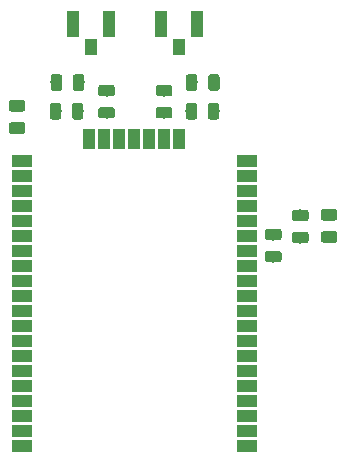
<source format=gbr>
G04 #@! TF.GenerationSoftware,KiCad,Pcbnew,5.0.2+dfsg1-1~bpo9+1*
G04 #@! TF.CreationDate,2019-07-09T17:18:54+02:00*
G04 #@! TF.ProjectId,sensoricnet_shield,73656e73-6f72-4696-936e-65745f736869,1.0*
G04 #@! TF.SameCoordinates,Original*
G04 #@! TF.FileFunction,Paste,Top*
G04 #@! TF.FilePolarity,Positive*
%FSLAX46Y46*%
G04 Gerber Fmt 4.6, Leading zero omitted, Abs format (unit mm)*
G04 Created by KiCad (PCBNEW 5.0.2+dfsg1-1~bpo9+1) date Tue 09 Jul 2019 05:18:54 PM CEST*
%MOMM*%
%LPD*%
G01*
G04 APERTURE LIST*
%ADD10C,0.100000*%
%ADD11C,0.975000*%
%ADD12R,1.000000X2.200000*%
%ADD13R,1.000000X1.400000*%
%ADD14R,1.800000X1.000000*%
%ADD15R,1.000000X1.800000*%
G04 APERTURE END LIST*
D10*
G04 #@! TO.C,C1*
G36*
X134053662Y-64187634D02*
X134077323Y-64191144D01*
X134100527Y-64196956D01*
X134123049Y-64205014D01*
X134144673Y-64215242D01*
X134165190Y-64227539D01*
X134184403Y-64241789D01*
X134202127Y-64257853D01*
X134218191Y-64275577D01*
X134232441Y-64294790D01*
X134244738Y-64315307D01*
X134254966Y-64336931D01*
X134263024Y-64359453D01*
X134268836Y-64382657D01*
X134272346Y-64406318D01*
X134273520Y-64430210D01*
X134273520Y-64917710D01*
X134272346Y-64941602D01*
X134268836Y-64965263D01*
X134263024Y-64988467D01*
X134254966Y-65010989D01*
X134244738Y-65032613D01*
X134232441Y-65053130D01*
X134218191Y-65072343D01*
X134202127Y-65090067D01*
X134184403Y-65106131D01*
X134165190Y-65120381D01*
X134144673Y-65132678D01*
X134123049Y-65142906D01*
X134100527Y-65150964D01*
X134077323Y-65156776D01*
X134053662Y-65160286D01*
X134029770Y-65161460D01*
X133117270Y-65161460D01*
X133093378Y-65160286D01*
X133069717Y-65156776D01*
X133046513Y-65150964D01*
X133023991Y-65142906D01*
X133002367Y-65132678D01*
X132981850Y-65120381D01*
X132962637Y-65106131D01*
X132944913Y-65090067D01*
X132928849Y-65072343D01*
X132914599Y-65053130D01*
X132902302Y-65032613D01*
X132892074Y-65010989D01*
X132884016Y-64988467D01*
X132878204Y-64965263D01*
X132874694Y-64941602D01*
X132873520Y-64917710D01*
X132873520Y-64430210D01*
X132874694Y-64406318D01*
X132878204Y-64382657D01*
X132884016Y-64359453D01*
X132892074Y-64336931D01*
X132902302Y-64315307D01*
X132914599Y-64294790D01*
X132928849Y-64275577D01*
X132944913Y-64257853D01*
X132962637Y-64241789D01*
X132981850Y-64227539D01*
X133002367Y-64215242D01*
X133023991Y-64205014D01*
X133046513Y-64196956D01*
X133069717Y-64191144D01*
X133093378Y-64187634D01*
X133117270Y-64186460D01*
X134029770Y-64186460D01*
X134053662Y-64187634D01*
X134053662Y-64187634D01*
G37*
D11*
X133573520Y-64673960D03*
D10*
G36*
X134053662Y-62312634D02*
X134077323Y-62316144D01*
X134100527Y-62321956D01*
X134123049Y-62330014D01*
X134144673Y-62340242D01*
X134165190Y-62352539D01*
X134184403Y-62366789D01*
X134202127Y-62382853D01*
X134218191Y-62400577D01*
X134232441Y-62419790D01*
X134244738Y-62440307D01*
X134254966Y-62461931D01*
X134263024Y-62484453D01*
X134268836Y-62507657D01*
X134272346Y-62531318D01*
X134273520Y-62555210D01*
X134273520Y-63042710D01*
X134272346Y-63066602D01*
X134268836Y-63090263D01*
X134263024Y-63113467D01*
X134254966Y-63135989D01*
X134244738Y-63157613D01*
X134232441Y-63178130D01*
X134218191Y-63197343D01*
X134202127Y-63215067D01*
X134184403Y-63231131D01*
X134165190Y-63245381D01*
X134144673Y-63257678D01*
X134123049Y-63267906D01*
X134100527Y-63275964D01*
X134077323Y-63281776D01*
X134053662Y-63285286D01*
X134029770Y-63286460D01*
X133117270Y-63286460D01*
X133093378Y-63285286D01*
X133069717Y-63281776D01*
X133046513Y-63275964D01*
X133023991Y-63267906D01*
X133002367Y-63257678D01*
X132981850Y-63245381D01*
X132962637Y-63231131D01*
X132944913Y-63215067D01*
X132928849Y-63197343D01*
X132914599Y-63178130D01*
X132902302Y-63157613D01*
X132892074Y-63135989D01*
X132884016Y-63113467D01*
X132878204Y-63090263D01*
X132874694Y-63066602D01*
X132873520Y-63042710D01*
X132873520Y-62555210D01*
X132874694Y-62531318D01*
X132878204Y-62507657D01*
X132884016Y-62484453D01*
X132892074Y-62461931D01*
X132902302Y-62440307D01*
X132914599Y-62419790D01*
X132928849Y-62400577D01*
X132944913Y-62382853D01*
X132962637Y-62366789D01*
X132981850Y-62352539D01*
X133002367Y-62340242D01*
X133023991Y-62330014D01*
X133046513Y-62321956D01*
X133069717Y-62316144D01*
X133093378Y-62312634D01*
X133117270Y-62311460D01*
X134029770Y-62311460D01*
X134053662Y-62312634D01*
X134053662Y-62312634D01*
G37*
D11*
X133573520Y-62798960D03*
G04 #@! TD*
D10*
G04 #@! TO.C,C2*
G36*
X158031262Y-71585934D02*
X158054923Y-71589444D01*
X158078127Y-71595256D01*
X158100649Y-71603314D01*
X158122273Y-71613542D01*
X158142790Y-71625839D01*
X158162003Y-71640089D01*
X158179727Y-71656153D01*
X158195791Y-71673877D01*
X158210041Y-71693090D01*
X158222338Y-71713607D01*
X158232566Y-71735231D01*
X158240624Y-71757753D01*
X158246436Y-71780957D01*
X158249946Y-71804618D01*
X158251120Y-71828510D01*
X158251120Y-72316010D01*
X158249946Y-72339902D01*
X158246436Y-72363563D01*
X158240624Y-72386767D01*
X158232566Y-72409289D01*
X158222338Y-72430913D01*
X158210041Y-72451430D01*
X158195791Y-72470643D01*
X158179727Y-72488367D01*
X158162003Y-72504431D01*
X158142790Y-72518681D01*
X158122273Y-72530978D01*
X158100649Y-72541206D01*
X158078127Y-72549264D01*
X158054923Y-72555076D01*
X158031262Y-72558586D01*
X158007370Y-72559760D01*
X157094870Y-72559760D01*
X157070978Y-72558586D01*
X157047317Y-72555076D01*
X157024113Y-72549264D01*
X157001591Y-72541206D01*
X156979967Y-72530978D01*
X156959450Y-72518681D01*
X156940237Y-72504431D01*
X156922513Y-72488367D01*
X156906449Y-72470643D01*
X156892199Y-72451430D01*
X156879902Y-72430913D01*
X156869674Y-72409289D01*
X156861616Y-72386767D01*
X156855804Y-72363563D01*
X156852294Y-72339902D01*
X156851120Y-72316010D01*
X156851120Y-71828510D01*
X156852294Y-71804618D01*
X156855804Y-71780957D01*
X156861616Y-71757753D01*
X156869674Y-71735231D01*
X156879902Y-71713607D01*
X156892199Y-71693090D01*
X156906449Y-71673877D01*
X156922513Y-71656153D01*
X156940237Y-71640089D01*
X156959450Y-71625839D01*
X156979967Y-71613542D01*
X157001591Y-71603314D01*
X157024113Y-71595256D01*
X157047317Y-71589444D01*
X157070978Y-71585934D01*
X157094870Y-71584760D01*
X158007370Y-71584760D01*
X158031262Y-71585934D01*
X158031262Y-71585934D01*
G37*
D11*
X157551120Y-72072260D03*
D10*
G36*
X158031262Y-73460934D02*
X158054923Y-73464444D01*
X158078127Y-73470256D01*
X158100649Y-73478314D01*
X158122273Y-73488542D01*
X158142790Y-73500839D01*
X158162003Y-73515089D01*
X158179727Y-73531153D01*
X158195791Y-73548877D01*
X158210041Y-73568090D01*
X158222338Y-73588607D01*
X158232566Y-73610231D01*
X158240624Y-73632753D01*
X158246436Y-73655957D01*
X158249946Y-73679618D01*
X158251120Y-73703510D01*
X158251120Y-74191010D01*
X158249946Y-74214902D01*
X158246436Y-74238563D01*
X158240624Y-74261767D01*
X158232566Y-74284289D01*
X158222338Y-74305913D01*
X158210041Y-74326430D01*
X158195791Y-74345643D01*
X158179727Y-74363367D01*
X158162003Y-74379431D01*
X158142790Y-74393681D01*
X158122273Y-74405978D01*
X158100649Y-74416206D01*
X158078127Y-74424264D01*
X158054923Y-74430076D01*
X158031262Y-74433586D01*
X158007370Y-74434760D01*
X157094870Y-74434760D01*
X157070978Y-74433586D01*
X157047317Y-74430076D01*
X157024113Y-74424264D01*
X157001591Y-74416206D01*
X156979967Y-74405978D01*
X156959450Y-74393681D01*
X156940237Y-74379431D01*
X156922513Y-74363367D01*
X156906449Y-74345643D01*
X156892199Y-74326430D01*
X156879902Y-74305913D01*
X156869674Y-74284289D01*
X156861616Y-74261767D01*
X156855804Y-74238563D01*
X156852294Y-74214902D01*
X156851120Y-74191010D01*
X156851120Y-73703510D01*
X156852294Y-73679618D01*
X156855804Y-73655957D01*
X156861616Y-73632753D01*
X156869674Y-73610231D01*
X156879902Y-73588607D01*
X156892199Y-73568090D01*
X156906449Y-73548877D01*
X156922513Y-73531153D01*
X156940237Y-73515089D01*
X156959450Y-73500839D01*
X156979967Y-73488542D01*
X157001591Y-73478314D01*
X157024113Y-73470256D01*
X157047317Y-73464444D01*
X157070978Y-73460934D01*
X157094870Y-73459760D01*
X158007370Y-73459760D01*
X158031262Y-73460934D01*
X158031262Y-73460934D01*
G37*
D11*
X157551120Y-73947260D03*
G04 #@! TD*
D10*
G04 #@! TO.C,C3*
G36*
X160469662Y-73410134D02*
X160493323Y-73413644D01*
X160516527Y-73419456D01*
X160539049Y-73427514D01*
X160560673Y-73437742D01*
X160581190Y-73450039D01*
X160600403Y-73464289D01*
X160618127Y-73480353D01*
X160634191Y-73498077D01*
X160648441Y-73517290D01*
X160660738Y-73537807D01*
X160670966Y-73559431D01*
X160679024Y-73581953D01*
X160684836Y-73605157D01*
X160688346Y-73628818D01*
X160689520Y-73652710D01*
X160689520Y-74140210D01*
X160688346Y-74164102D01*
X160684836Y-74187763D01*
X160679024Y-74210967D01*
X160670966Y-74233489D01*
X160660738Y-74255113D01*
X160648441Y-74275630D01*
X160634191Y-74294843D01*
X160618127Y-74312567D01*
X160600403Y-74328631D01*
X160581190Y-74342881D01*
X160560673Y-74355178D01*
X160539049Y-74365406D01*
X160516527Y-74373464D01*
X160493323Y-74379276D01*
X160469662Y-74382786D01*
X160445770Y-74383960D01*
X159533270Y-74383960D01*
X159509378Y-74382786D01*
X159485717Y-74379276D01*
X159462513Y-74373464D01*
X159439991Y-74365406D01*
X159418367Y-74355178D01*
X159397850Y-74342881D01*
X159378637Y-74328631D01*
X159360913Y-74312567D01*
X159344849Y-74294843D01*
X159330599Y-74275630D01*
X159318302Y-74255113D01*
X159308074Y-74233489D01*
X159300016Y-74210967D01*
X159294204Y-74187763D01*
X159290694Y-74164102D01*
X159289520Y-74140210D01*
X159289520Y-73652710D01*
X159290694Y-73628818D01*
X159294204Y-73605157D01*
X159300016Y-73581953D01*
X159308074Y-73559431D01*
X159318302Y-73537807D01*
X159330599Y-73517290D01*
X159344849Y-73498077D01*
X159360913Y-73480353D01*
X159378637Y-73464289D01*
X159397850Y-73450039D01*
X159418367Y-73437742D01*
X159439991Y-73427514D01*
X159462513Y-73419456D01*
X159485717Y-73413644D01*
X159509378Y-73410134D01*
X159533270Y-73408960D01*
X160445770Y-73408960D01*
X160469662Y-73410134D01*
X160469662Y-73410134D01*
G37*
D11*
X159989520Y-73896460D03*
D10*
G36*
X160469662Y-71535134D02*
X160493323Y-71538644D01*
X160516527Y-71544456D01*
X160539049Y-71552514D01*
X160560673Y-71562742D01*
X160581190Y-71575039D01*
X160600403Y-71589289D01*
X160618127Y-71605353D01*
X160634191Y-71623077D01*
X160648441Y-71642290D01*
X160660738Y-71662807D01*
X160670966Y-71684431D01*
X160679024Y-71706953D01*
X160684836Y-71730157D01*
X160688346Y-71753818D01*
X160689520Y-71777710D01*
X160689520Y-72265210D01*
X160688346Y-72289102D01*
X160684836Y-72312763D01*
X160679024Y-72335967D01*
X160670966Y-72358489D01*
X160660738Y-72380113D01*
X160648441Y-72400630D01*
X160634191Y-72419843D01*
X160618127Y-72437567D01*
X160600403Y-72453631D01*
X160581190Y-72467881D01*
X160560673Y-72480178D01*
X160539049Y-72490406D01*
X160516527Y-72498464D01*
X160493323Y-72504276D01*
X160469662Y-72507786D01*
X160445770Y-72508960D01*
X159533270Y-72508960D01*
X159509378Y-72507786D01*
X159485717Y-72504276D01*
X159462513Y-72498464D01*
X159439991Y-72490406D01*
X159418367Y-72480178D01*
X159397850Y-72467881D01*
X159378637Y-72453631D01*
X159360913Y-72437567D01*
X159344849Y-72419843D01*
X159330599Y-72400630D01*
X159318302Y-72380113D01*
X159308074Y-72358489D01*
X159300016Y-72335967D01*
X159294204Y-72312763D01*
X159290694Y-72289102D01*
X159289520Y-72265210D01*
X159289520Y-71777710D01*
X159290694Y-71753818D01*
X159294204Y-71730157D01*
X159300016Y-71706953D01*
X159308074Y-71684431D01*
X159318302Y-71662807D01*
X159330599Y-71642290D01*
X159344849Y-71623077D01*
X159360913Y-71605353D01*
X159378637Y-71589289D01*
X159397850Y-71575039D01*
X159418367Y-71562742D01*
X159439991Y-71552514D01*
X159462513Y-71544456D01*
X159485717Y-71538644D01*
X159509378Y-71535134D01*
X159533270Y-71533960D01*
X160445770Y-71533960D01*
X160469662Y-71535134D01*
X160469662Y-71535134D01*
G37*
D11*
X159989520Y-72021460D03*
G04 #@! TD*
D10*
G04 #@! TO.C,C4*
G36*
X137170862Y-60118934D02*
X137194523Y-60122444D01*
X137217727Y-60128256D01*
X137240249Y-60136314D01*
X137261873Y-60146542D01*
X137282390Y-60158839D01*
X137301603Y-60173089D01*
X137319327Y-60189153D01*
X137335391Y-60206877D01*
X137349641Y-60226090D01*
X137361938Y-60246607D01*
X137372166Y-60268231D01*
X137380224Y-60290753D01*
X137386036Y-60313957D01*
X137389546Y-60337618D01*
X137390720Y-60361510D01*
X137390720Y-61274010D01*
X137389546Y-61297902D01*
X137386036Y-61321563D01*
X137380224Y-61344767D01*
X137372166Y-61367289D01*
X137361938Y-61388913D01*
X137349641Y-61409430D01*
X137335391Y-61428643D01*
X137319327Y-61446367D01*
X137301603Y-61462431D01*
X137282390Y-61476681D01*
X137261873Y-61488978D01*
X137240249Y-61499206D01*
X137217727Y-61507264D01*
X137194523Y-61513076D01*
X137170862Y-61516586D01*
X137146970Y-61517760D01*
X136659470Y-61517760D01*
X136635578Y-61516586D01*
X136611917Y-61513076D01*
X136588713Y-61507264D01*
X136566191Y-61499206D01*
X136544567Y-61488978D01*
X136524050Y-61476681D01*
X136504837Y-61462431D01*
X136487113Y-61446367D01*
X136471049Y-61428643D01*
X136456799Y-61409430D01*
X136444502Y-61388913D01*
X136434274Y-61367289D01*
X136426216Y-61344767D01*
X136420404Y-61321563D01*
X136416894Y-61297902D01*
X136415720Y-61274010D01*
X136415720Y-60361510D01*
X136416894Y-60337618D01*
X136420404Y-60313957D01*
X136426216Y-60290753D01*
X136434274Y-60268231D01*
X136444502Y-60246607D01*
X136456799Y-60226090D01*
X136471049Y-60206877D01*
X136487113Y-60189153D01*
X136504837Y-60173089D01*
X136524050Y-60158839D01*
X136544567Y-60146542D01*
X136566191Y-60136314D01*
X136588713Y-60128256D01*
X136611917Y-60122444D01*
X136635578Y-60118934D01*
X136659470Y-60117760D01*
X137146970Y-60117760D01*
X137170862Y-60118934D01*
X137170862Y-60118934D01*
G37*
D11*
X136903220Y-60817760D03*
D10*
G36*
X139045862Y-60118934D02*
X139069523Y-60122444D01*
X139092727Y-60128256D01*
X139115249Y-60136314D01*
X139136873Y-60146542D01*
X139157390Y-60158839D01*
X139176603Y-60173089D01*
X139194327Y-60189153D01*
X139210391Y-60206877D01*
X139224641Y-60226090D01*
X139236938Y-60246607D01*
X139247166Y-60268231D01*
X139255224Y-60290753D01*
X139261036Y-60313957D01*
X139264546Y-60337618D01*
X139265720Y-60361510D01*
X139265720Y-61274010D01*
X139264546Y-61297902D01*
X139261036Y-61321563D01*
X139255224Y-61344767D01*
X139247166Y-61367289D01*
X139236938Y-61388913D01*
X139224641Y-61409430D01*
X139210391Y-61428643D01*
X139194327Y-61446367D01*
X139176603Y-61462431D01*
X139157390Y-61476681D01*
X139136873Y-61488978D01*
X139115249Y-61499206D01*
X139092727Y-61507264D01*
X139069523Y-61513076D01*
X139045862Y-61516586D01*
X139021970Y-61517760D01*
X138534470Y-61517760D01*
X138510578Y-61516586D01*
X138486917Y-61513076D01*
X138463713Y-61507264D01*
X138441191Y-61499206D01*
X138419567Y-61488978D01*
X138399050Y-61476681D01*
X138379837Y-61462431D01*
X138362113Y-61446367D01*
X138346049Y-61428643D01*
X138331799Y-61409430D01*
X138319502Y-61388913D01*
X138309274Y-61367289D01*
X138301216Y-61344767D01*
X138295404Y-61321563D01*
X138291894Y-61297902D01*
X138290720Y-61274010D01*
X138290720Y-60361510D01*
X138291894Y-60337618D01*
X138295404Y-60313957D01*
X138301216Y-60290753D01*
X138309274Y-60268231D01*
X138319502Y-60246607D01*
X138331799Y-60226090D01*
X138346049Y-60206877D01*
X138362113Y-60189153D01*
X138379837Y-60173089D01*
X138399050Y-60158839D01*
X138419567Y-60146542D01*
X138441191Y-60136314D01*
X138463713Y-60128256D01*
X138486917Y-60122444D01*
X138510578Y-60118934D01*
X138534470Y-60117760D01*
X139021970Y-60117760D01*
X139045862Y-60118934D01*
X139045862Y-60118934D01*
G37*
D11*
X138778220Y-60817760D03*
G04 #@! TD*
D10*
G04 #@! TO.C,C5*
G36*
X138971962Y-62557334D02*
X138995623Y-62560844D01*
X139018827Y-62566656D01*
X139041349Y-62574714D01*
X139062973Y-62584942D01*
X139083490Y-62597239D01*
X139102703Y-62611489D01*
X139120427Y-62627553D01*
X139136491Y-62645277D01*
X139150741Y-62664490D01*
X139163038Y-62685007D01*
X139173266Y-62706631D01*
X139181324Y-62729153D01*
X139187136Y-62752357D01*
X139190646Y-62776018D01*
X139191820Y-62799910D01*
X139191820Y-63712410D01*
X139190646Y-63736302D01*
X139187136Y-63759963D01*
X139181324Y-63783167D01*
X139173266Y-63805689D01*
X139163038Y-63827313D01*
X139150741Y-63847830D01*
X139136491Y-63867043D01*
X139120427Y-63884767D01*
X139102703Y-63900831D01*
X139083490Y-63915081D01*
X139062973Y-63927378D01*
X139041349Y-63937606D01*
X139018827Y-63945664D01*
X138995623Y-63951476D01*
X138971962Y-63954986D01*
X138948070Y-63956160D01*
X138460570Y-63956160D01*
X138436678Y-63954986D01*
X138413017Y-63951476D01*
X138389813Y-63945664D01*
X138367291Y-63937606D01*
X138345667Y-63927378D01*
X138325150Y-63915081D01*
X138305937Y-63900831D01*
X138288213Y-63884767D01*
X138272149Y-63867043D01*
X138257899Y-63847830D01*
X138245602Y-63827313D01*
X138235374Y-63805689D01*
X138227316Y-63783167D01*
X138221504Y-63759963D01*
X138217994Y-63736302D01*
X138216820Y-63712410D01*
X138216820Y-62799910D01*
X138217994Y-62776018D01*
X138221504Y-62752357D01*
X138227316Y-62729153D01*
X138235374Y-62706631D01*
X138245602Y-62685007D01*
X138257899Y-62664490D01*
X138272149Y-62645277D01*
X138288213Y-62627553D01*
X138305937Y-62611489D01*
X138325150Y-62597239D01*
X138345667Y-62584942D01*
X138367291Y-62574714D01*
X138389813Y-62566656D01*
X138413017Y-62560844D01*
X138436678Y-62557334D01*
X138460570Y-62556160D01*
X138948070Y-62556160D01*
X138971962Y-62557334D01*
X138971962Y-62557334D01*
G37*
D11*
X138704320Y-63256160D03*
D10*
G36*
X137096962Y-62557334D02*
X137120623Y-62560844D01*
X137143827Y-62566656D01*
X137166349Y-62574714D01*
X137187973Y-62584942D01*
X137208490Y-62597239D01*
X137227703Y-62611489D01*
X137245427Y-62627553D01*
X137261491Y-62645277D01*
X137275741Y-62664490D01*
X137288038Y-62685007D01*
X137298266Y-62706631D01*
X137306324Y-62729153D01*
X137312136Y-62752357D01*
X137315646Y-62776018D01*
X137316820Y-62799910D01*
X137316820Y-63712410D01*
X137315646Y-63736302D01*
X137312136Y-63759963D01*
X137306324Y-63783167D01*
X137298266Y-63805689D01*
X137288038Y-63827313D01*
X137275741Y-63847830D01*
X137261491Y-63867043D01*
X137245427Y-63884767D01*
X137227703Y-63900831D01*
X137208490Y-63915081D01*
X137187973Y-63927378D01*
X137166349Y-63937606D01*
X137143827Y-63945664D01*
X137120623Y-63951476D01*
X137096962Y-63954986D01*
X137073070Y-63956160D01*
X136585570Y-63956160D01*
X136561678Y-63954986D01*
X136538017Y-63951476D01*
X136514813Y-63945664D01*
X136492291Y-63937606D01*
X136470667Y-63927378D01*
X136450150Y-63915081D01*
X136430937Y-63900831D01*
X136413213Y-63884767D01*
X136397149Y-63867043D01*
X136382899Y-63847830D01*
X136370602Y-63827313D01*
X136360374Y-63805689D01*
X136352316Y-63783167D01*
X136346504Y-63759963D01*
X136342994Y-63736302D01*
X136341820Y-63712410D01*
X136341820Y-62799910D01*
X136342994Y-62776018D01*
X136346504Y-62752357D01*
X136352316Y-62729153D01*
X136360374Y-62706631D01*
X136370602Y-62685007D01*
X136382899Y-62664490D01*
X136397149Y-62645277D01*
X136413213Y-62627553D01*
X136430937Y-62611489D01*
X136450150Y-62597239D01*
X136470667Y-62584942D01*
X136492291Y-62574714D01*
X136514813Y-62566656D01*
X136538017Y-62560844D01*
X136561678Y-62557334D01*
X136585570Y-62556160D01*
X137073070Y-62556160D01*
X137096962Y-62557334D01*
X137096962Y-62557334D01*
G37*
D11*
X136829320Y-63256160D03*
G04 #@! TD*
D10*
G04 #@! TO.C,C6*
G36*
X150498962Y-60118934D02*
X150522623Y-60122444D01*
X150545827Y-60128256D01*
X150568349Y-60136314D01*
X150589973Y-60146542D01*
X150610490Y-60158839D01*
X150629703Y-60173089D01*
X150647427Y-60189153D01*
X150663491Y-60206877D01*
X150677741Y-60226090D01*
X150690038Y-60246607D01*
X150700266Y-60268231D01*
X150708324Y-60290753D01*
X150714136Y-60313957D01*
X150717646Y-60337618D01*
X150718820Y-60361510D01*
X150718820Y-61274010D01*
X150717646Y-61297902D01*
X150714136Y-61321563D01*
X150708324Y-61344767D01*
X150700266Y-61367289D01*
X150690038Y-61388913D01*
X150677741Y-61409430D01*
X150663491Y-61428643D01*
X150647427Y-61446367D01*
X150629703Y-61462431D01*
X150610490Y-61476681D01*
X150589973Y-61488978D01*
X150568349Y-61499206D01*
X150545827Y-61507264D01*
X150522623Y-61513076D01*
X150498962Y-61516586D01*
X150475070Y-61517760D01*
X149987570Y-61517760D01*
X149963678Y-61516586D01*
X149940017Y-61513076D01*
X149916813Y-61507264D01*
X149894291Y-61499206D01*
X149872667Y-61488978D01*
X149852150Y-61476681D01*
X149832937Y-61462431D01*
X149815213Y-61446367D01*
X149799149Y-61428643D01*
X149784899Y-61409430D01*
X149772602Y-61388913D01*
X149762374Y-61367289D01*
X149754316Y-61344767D01*
X149748504Y-61321563D01*
X149744994Y-61297902D01*
X149743820Y-61274010D01*
X149743820Y-60361510D01*
X149744994Y-60337618D01*
X149748504Y-60313957D01*
X149754316Y-60290753D01*
X149762374Y-60268231D01*
X149772602Y-60246607D01*
X149784899Y-60226090D01*
X149799149Y-60206877D01*
X149815213Y-60189153D01*
X149832937Y-60173089D01*
X149852150Y-60158839D01*
X149872667Y-60146542D01*
X149894291Y-60136314D01*
X149916813Y-60128256D01*
X149940017Y-60122444D01*
X149963678Y-60118934D01*
X149987570Y-60117760D01*
X150475070Y-60117760D01*
X150498962Y-60118934D01*
X150498962Y-60118934D01*
G37*
D11*
X150231320Y-60817760D03*
D10*
G36*
X148623962Y-60118934D02*
X148647623Y-60122444D01*
X148670827Y-60128256D01*
X148693349Y-60136314D01*
X148714973Y-60146542D01*
X148735490Y-60158839D01*
X148754703Y-60173089D01*
X148772427Y-60189153D01*
X148788491Y-60206877D01*
X148802741Y-60226090D01*
X148815038Y-60246607D01*
X148825266Y-60268231D01*
X148833324Y-60290753D01*
X148839136Y-60313957D01*
X148842646Y-60337618D01*
X148843820Y-60361510D01*
X148843820Y-61274010D01*
X148842646Y-61297902D01*
X148839136Y-61321563D01*
X148833324Y-61344767D01*
X148825266Y-61367289D01*
X148815038Y-61388913D01*
X148802741Y-61409430D01*
X148788491Y-61428643D01*
X148772427Y-61446367D01*
X148754703Y-61462431D01*
X148735490Y-61476681D01*
X148714973Y-61488978D01*
X148693349Y-61499206D01*
X148670827Y-61507264D01*
X148647623Y-61513076D01*
X148623962Y-61516586D01*
X148600070Y-61517760D01*
X148112570Y-61517760D01*
X148088678Y-61516586D01*
X148065017Y-61513076D01*
X148041813Y-61507264D01*
X148019291Y-61499206D01*
X147997667Y-61488978D01*
X147977150Y-61476681D01*
X147957937Y-61462431D01*
X147940213Y-61446367D01*
X147924149Y-61428643D01*
X147909899Y-61409430D01*
X147897602Y-61388913D01*
X147887374Y-61367289D01*
X147879316Y-61344767D01*
X147873504Y-61321563D01*
X147869994Y-61297902D01*
X147868820Y-61274010D01*
X147868820Y-60361510D01*
X147869994Y-60337618D01*
X147873504Y-60313957D01*
X147879316Y-60290753D01*
X147887374Y-60268231D01*
X147897602Y-60246607D01*
X147909899Y-60226090D01*
X147924149Y-60206877D01*
X147940213Y-60189153D01*
X147957937Y-60173089D01*
X147977150Y-60158839D01*
X147997667Y-60146542D01*
X148019291Y-60136314D01*
X148041813Y-60128256D01*
X148065017Y-60122444D01*
X148088678Y-60118934D01*
X148112570Y-60117760D01*
X148600070Y-60117760D01*
X148623962Y-60118934D01*
X148623962Y-60118934D01*
G37*
D11*
X148356320Y-60817760D03*
G04 #@! TD*
D10*
G04 #@! TO.C,C7*
G36*
X148600862Y-62557334D02*
X148624523Y-62560844D01*
X148647727Y-62566656D01*
X148670249Y-62574714D01*
X148691873Y-62584942D01*
X148712390Y-62597239D01*
X148731603Y-62611489D01*
X148749327Y-62627553D01*
X148765391Y-62645277D01*
X148779641Y-62664490D01*
X148791938Y-62685007D01*
X148802166Y-62706631D01*
X148810224Y-62729153D01*
X148816036Y-62752357D01*
X148819546Y-62776018D01*
X148820720Y-62799910D01*
X148820720Y-63712410D01*
X148819546Y-63736302D01*
X148816036Y-63759963D01*
X148810224Y-63783167D01*
X148802166Y-63805689D01*
X148791938Y-63827313D01*
X148779641Y-63847830D01*
X148765391Y-63867043D01*
X148749327Y-63884767D01*
X148731603Y-63900831D01*
X148712390Y-63915081D01*
X148691873Y-63927378D01*
X148670249Y-63937606D01*
X148647727Y-63945664D01*
X148624523Y-63951476D01*
X148600862Y-63954986D01*
X148576970Y-63956160D01*
X148089470Y-63956160D01*
X148065578Y-63954986D01*
X148041917Y-63951476D01*
X148018713Y-63945664D01*
X147996191Y-63937606D01*
X147974567Y-63927378D01*
X147954050Y-63915081D01*
X147934837Y-63900831D01*
X147917113Y-63884767D01*
X147901049Y-63867043D01*
X147886799Y-63847830D01*
X147874502Y-63827313D01*
X147864274Y-63805689D01*
X147856216Y-63783167D01*
X147850404Y-63759963D01*
X147846894Y-63736302D01*
X147845720Y-63712410D01*
X147845720Y-62799910D01*
X147846894Y-62776018D01*
X147850404Y-62752357D01*
X147856216Y-62729153D01*
X147864274Y-62706631D01*
X147874502Y-62685007D01*
X147886799Y-62664490D01*
X147901049Y-62645277D01*
X147917113Y-62627553D01*
X147934837Y-62611489D01*
X147954050Y-62597239D01*
X147974567Y-62584942D01*
X147996191Y-62574714D01*
X148018713Y-62566656D01*
X148041917Y-62560844D01*
X148065578Y-62557334D01*
X148089470Y-62556160D01*
X148576970Y-62556160D01*
X148600862Y-62557334D01*
X148600862Y-62557334D01*
G37*
D11*
X148333220Y-63256160D03*
D10*
G36*
X150475862Y-62557334D02*
X150499523Y-62560844D01*
X150522727Y-62566656D01*
X150545249Y-62574714D01*
X150566873Y-62584942D01*
X150587390Y-62597239D01*
X150606603Y-62611489D01*
X150624327Y-62627553D01*
X150640391Y-62645277D01*
X150654641Y-62664490D01*
X150666938Y-62685007D01*
X150677166Y-62706631D01*
X150685224Y-62729153D01*
X150691036Y-62752357D01*
X150694546Y-62776018D01*
X150695720Y-62799910D01*
X150695720Y-63712410D01*
X150694546Y-63736302D01*
X150691036Y-63759963D01*
X150685224Y-63783167D01*
X150677166Y-63805689D01*
X150666938Y-63827313D01*
X150654641Y-63847830D01*
X150640391Y-63867043D01*
X150624327Y-63884767D01*
X150606603Y-63900831D01*
X150587390Y-63915081D01*
X150566873Y-63927378D01*
X150545249Y-63937606D01*
X150522727Y-63945664D01*
X150499523Y-63951476D01*
X150475862Y-63954986D01*
X150451970Y-63956160D01*
X149964470Y-63956160D01*
X149940578Y-63954986D01*
X149916917Y-63951476D01*
X149893713Y-63945664D01*
X149871191Y-63937606D01*
X149849567Y-63927378D01*
X149829050Y-63915081D01*
X149809837Y-63900831D01*
X149792113Y-63884767D01*
X149776049Y-63867043D01*
X149761799Y-63847830D01*
X149749502Y-63827313D01*
X149739274Y-63805689D01*
X149731216Y-63783167D01*
X149725404Y-63759963D01*
X149721894Y-63736302D01*
X149720720Y-63712410D01*
X149720720Y-62799910D01*
X149721894Y-62776018D01*
X149725404Y-62752357D01*
X149731216Y-62729153D01*
X149739274Y-62706631D01*
X149749502Y-62685007D01*
X149761799Y-62664490D01*
X149776049Y-62645277D01*
X149792113Y-62627553D01*
X149809837Y-62611489D01*
X149829050Y-62597239D01*
X149849567Y-62584942D01*
X149871191Y-62574714D01*
X149893713Y-62566656D01*
X149916917Y-62560844D01*
X149940578Y-62557334D01*
X149964470Y-62556160D01*
X150451970Y-62556160D01*
X150475862Y-62557334D01*
X150475862Y-62557334D01*
G37*
D11*
X150208220Y-63256160D03*
G04 #@! TD*
D10*
G04 #@! TO.C,C8*
G36*
X155745262Y-75086534D02*
X155768923Y-75090044D01*
X155792127Y-75095856D01*
X155814649Y-75103914D01*
X155836273Y-75114142D01*
X155856790Y-75126439D01*
X155876003Y-75140689D01*
X155893727Y-75156753D01*
X155909791Y-75174477D01*
X155924041Y-75193690D01*
X155936338Y-75214207D01*
X155946566Y-75235831D01*
X155954624Y-75258353D01*
X155960436Y-75281557D01*
X155963946Y-75305218D01*
X155965120Y-75329110D01*
X155965120Y-75816610D01*
X155963946Y-75840502D01*
X155960436Y-75864163D01*
X155954624Y-75887367D01*
X155946566Y-75909889D01*
X155936338Y-75931513D01*
X155924041Y-75952030D01*
X155909791Y-75971243D01*
X155893727Y-75988967D01*
X155876003Y-76005031D01*
X155856790Y-76019281D01*
X155836273Y-76031578D01*
X155814649Y-76041806D01*
X155792127Y-76049864D01*
X155768923Y-76055676D01*
X155745262Y-76059186D01*
X155721370Y-76060360D01*
X154808870Y-76060360D01*
X154784978Y-76059186D01*
X154761317Y-76055676D01*
X154738113Y-76049864D01*
X154715591Y-76041806D01*
X154693967Y-76031578D01*
X154673450Y-76019281D01*
X154654237Y-76005031D01*
X154636513Y-75988967D01*
X154620449Y-75971243D01*
X154606199Y-75952030D01*
X154593902Y-75931513D01*
X154583674Y-75909889D01*
X154575616Y-75887367D01*
X154569804Y-75864163D01*
X154566294Y-75840502D01*
X154565120Y-75816610D01*
X154565120Y-75329110D01*
X154566294Y-75305218D01*
X154569804Y-75281557D01*
X154575616Y-75258353D01*
X154583674Y-75235831D01*
X154593902Y-75214207D01*
X154606199Y-75193690D01*
X154620449Y-75174477D01*
X154636513Y-75156753D01*
X154654237Y-75140689D01*
X154673450Y-75126439D01*
X154693967Y-75114142D01*
X154715591Y-75103914D01*
X154738113Y-75095856D01*
X154761317Y-75090044D01*
X154784978Y-75086534D01*
X154808870Y-75085360D01*
X155721370Y-75085360D01*
X155745262Y-75086534D01*
X155745262Y-75086534D01*
G37*
D11*
X155265120Y-75572860D03*
D10*
G36*
X155745262Y-73211534D02*
X155768923Y-73215044D01*
X155792127Y-73220856D01*
X155814649Y-73228914D01*
X155836273Y-73239142D01*
X155856790Y-73251439D01*
X155876003Y-73265689D01*
X155893727Y-73281753D01*
X155909791Y-73299477D01*
X155924041Y-73318690D01*
X155936338Y-73339207D01*
X155946566Y-73360831D01*
X155954624Y-73383353D01*
X155960436Y-73406557D01*
X155963946Y-73430218D01*
X155965120Y-73454110D01*
X155965120Y-73941610D01*
X155963946Y-73965502D01*
X155960436Y-73989163D01*
X155954624Y-74012367D01*
X155946566Y-74034889D01*
X155936338Y-74056513D01*
X155924041Y-74077030D01*
X155909791Y-74096243D01*
X155893727Y-74113967D01*
X155876003Y-74130031D01*
X155856790Y-74144281D01*
X155836273Y-74156578D01*
X155814649Y-74166806D01*
X155792127Y-74174864D01*
X155768923Y-74180676D01*
X155745262Y-74184186D01*
X155721370Y-74185360D01*
X154808870Y-74185360D01*
X154784978Y-74184186D01*
X154761317Y-74180676D01*
X154738113Y-74174864D01*
X154715591Y-74166806D01*
X154693967Y-74156578D01*
X154673450Y-74144281D01*
X154654237Y-74130031D01*
X154636513Y-74113967D01*
X154620449Y-74096243D01*
X154606199Y-74077030D01*
X154593902Y-74056513D01*
X154583674Y-74034889D01*
X154575616Y-74012367D01*
X154569804Y-73989163D01*
X154566294Y-73965502D01*
X154565120Y-73941610D01*
X154565120Y-73454110D01*
X154566294Y-73430218D01*
X154569804Y-73406557D01*
X154575616Y-73383353D01*
X154583674Y-73360831D01*
X154593902Y-73339207D01*
X154606199Y-73318690D01*
X154620449Y-73299477D01*
X154636513Y-73281753D01*
X154654237Y-73265689D01*
X154673450Y-73251439D01*
X154693967Y-73239142D01*
X154715591Y-73228914D01*
X154738113Y-73220856D01*
X154761317Y-73215044D01*
X154784978Y-73211534D01*
X154808870Y-73210360D01*
X155721370Y-73210360D01*
X155745262Y-73211534D01*
X155745262Y-73211534D01*
G37*
D11*
X155265120Y-73697860D03*
G04 #@! TD*
D12*
G04 #@! TO.C,P1*
X138321920Y-55839360D03*
D13*
X139821920Y-57839360D03*
D12*
X141321920Y-55839360D03*
G04 #@! TD*
G04 #@! TO.C,P2*
X148789520Y-55839360D03*
D13*
X147289520Y-57839360D03*
D12*
X145789520Y-55839360D03*
G04 #@! TD*
D10*
G04 #@! TO.C,R1*
G36*
X141622862Y-61019534D02*
X141646523Y-61023044D01*
X141669727Y-61028856D01*
X141692249Y-61036914D01*
X141713873Y-61047142D01*
X141734390Y-61059439D01*
X141753603Y-61073689D01*
X141771327Y-61089753D01*
X141787391Y-61107477D01*
X141801641Y-61126690D01*
X141813938Y-61147207D01*
X141824166Y-61168831D01*
X141832224Y-61191353D01*
X141838036Y-61214557D01*
X141841546Y-61238218D01*
X141842720Y-61262110D01*
X141842720Y-61749610D01*
X141841546Y-61773502D01*
X141838036Y-61797163D01*
X141832224Y-61820367D01*
X141824166Y-61842889D01*
X141813938Y-61864513D01*
X141801641Y-61885030D01*
X141787391Y-61904243D01*
X141771327Y-61921967D01*
X141753603Y-61938031D01*
X141734390Y-61952281D01*
X141713873Y-61964578D01*
X141692249Y-61974806D01*
X141669727Y-61982864D01*
X141646523Y-61988676D01*
X141622862Y-61992186D01*
X141598970Y-61993360D01*
X140686470Y-61993360D01*
X140662578Y-61992186D01*
X140638917Y-61988676D01*
X140615713Y-61982864D01*
X140593191Y-61974806D01*
X140571567Y-61964578D01*
X140551050Y-61952281D01*
X140531837Y-61938031D01*
X140514113Y-61921967D01*
X140498049Y-61904243D01*
X140483799Y-61885030D01*
X140471502Y-61864513D01*
X140461274Y-61842889D01*
X140453216Y-61820367D01*
X140447404Y-61797163D01*
X140443894Y-61773502D01*
X140442720Y-61749610D01*
X140442720Y-61262110D01*
X140443894Y-61238218D01*
X140447404Y-61214557D01*
X140453216Y-61191353D01*
X140461274Y-61168831D01*
X140471502Y-61147207D01*
X140483799Y-61126690D01*
X140498049Y-61107477D01*
X140514113Y-61089753D01*
X140531837Y-61073689D01*
X140551050Y-61059439D01*
X140571567Y-61047142D01*
X140593191Y-61036914D01*
X140615713Y-61028856D01*
X140638917Y-61023044D01*
X140662578Y-61019534D01*
X140686470Y-61018360D01*
X141598970Y-61018360D01*
X141622862Y-61019534D01*
X141622862Y-61019534D01*
G37*
D11*
X141142720Y-61505860D03*
D10*
G36*
X141622862Y-62894534D02*
X141646523Y-62898044D01*
X141669727Y-62903856D01*
X141692249Y-62911914D01*
X141713873Y-62922142D01*
X141734390Y-62934439D01*
X141753603Y-62948689D01*
X141771327Y-62964753D01*
X141787391Y-62982477D01*
X141801641Y-63001690D01*
X141813938Y-63022207D01*
X141824166Y-63043831D01*
X141832224Y-63066353D01*
X141838036Y-63089557D01*
X141841546Y-63113218D01*
X141842720Y-63137110D01*
X141842720Y-63624610D01*
X141841546Y-63648502D01*
X141838036Y-63672163D01*
X141832224Y-63695367D01*
X141824166Y-63717889D01*
X141813938Y-63739513D01*
X141801641Y-63760030D01*
X141787391Y-63779243D01*
X141771327Y-63796967D01*
X141753603Y-63813031D01*
X141734390Y-63827281D01*
X141713873Y-63839578D01*
X141692249Y-63849806D01*
X141669727Y-63857864D01*
X141646523Y-63863676D01*
X141622862Y-63867186D01*
X141598970Y-63868360D01*
X140686470Y-63868360D01*
X140662578Y-63867186D01*
X140638917Y-63863676D01*
X140615713Y-63857864D01*
X140593191Y-63849806D01*
X140571567Y-63839578D01*
X140551050Y-63827281D01*
X140531837Y-63813031D01*
X140514113Y-63796967D01*
X140498049Y-63779243D01*
X140483799Y-63760030D01*
X140471502Y-63739513D01*
X140461274Y-63717889D01*
X140453216Y-63695367D01*
X140447404Y-63672163D01*
X140443894Y-63648502D01*
X140442720Y-63624610D01*
X140442720Y-63137110D01*
X140443894Y-63113218D01*
X140447404Y-63089557D01*
X140453216Y-63066353D01*
X140461274Y-63043831D01*
X140471502Y-63022207D01*
X140483799Y-63001690D01*
X140498049Y-62982477D01*
X140514113Y-62964753D01*
X140531837Y-62948689D01*
X140551050Y-62934439D01*
X140571567Y-62922142D01*
X140593191Y-62911914D01*
X140615713Y-62903856D01*
X140638917Y-62898044D01*
X140662578Y-62894534D01*
X140686470Y-62893360D01*
X141598970Y-62893360D01*
X141622862Y-62894534D01*
X141622862Y-62894534D01*
G37*
D11*
X141142720Y-63380860D03*
G04 #@! TD*
D10*
G04 #@! TO.C,R2*
G36*
X146499662Y-62894534D02*
X146523323Y-62898044D01*
X146546527Y-62903856D01*
X146569049Y-62911914D01*
X146590673Y-62922142D01*
X146611190Y-62934439D01*
X146630403Y-62948689D01*
X146648127Y-62964753D01*
X146664191Y-62982477D01*
X146678441Y-63001690D01*
X146690738Y-63022207D01*
X146700966Y-63043831D01*
X146709024Y-63066353D01*
X146714836Y-63089557D01*
X146718346Y-63113218D01*
X146719520Y-63137110D01*
X146719520Y-63624610D01*
X146718346Y-63648502D01*
X146714836Y-63672163D01*
X146709024Y-63695367D01*
X146700966Y-63717889D01*
X146690738Y-63739513D01*
X146678441Y-63760030D01*
X146664191Y-63779243D01*
X146648127Y-63796967D01*
X146630403Y-63813031D01*
X146611190Y-63827281D01*
X146590673Y-63839578D01*
X146569049Y-63849806D01*
X146546527Y-63857864D01*
X146523323Y-63863676D01*
X146499662Y-63867186D01*
X146475770Y-63868360D01*
X145563270Y-63868360D01*
X145539378Y-63867186D01*
X145515717Y-63863676D01*
X145492513Y-63857864D01*
X145469991Y-63849806D01*
X145448367Y-63839578D01*
X145427850Y-63827281D01*
X145408637Y-63813031D01*
X145390913Y-63796967D01*
X145374849Y-63779243D01*
X145360599Y-63760030D01*
X145348302Y-63739513D01*
X145338074Y-63717889D01*
X145330016Y-63695367D01*
X145324204Y-63672163D01*
X145320694Y-63648502D01*
X145319520Y-63624610D01*
X145319520Y-63137110D01*
X145320694Y-63113218D01*
X145324204Y-63089557D01*
X145330016Y-63066353D01*
X145338074Y-63043831D01*
X145348302Y-63022207D01*
X145360599Y-63001690D01*
X145374849Y-62982477D01*
X145390913Y-62964753D01*
X145408637Y-62948689D01*
X145427850Y-62934439D01*
X145448367Y-62922142D01*
X145469991Y-62911914D01*
X145492513Y-62903856D01*
X145515717Y-62898044D01*
X145539378Y-62894534D01*
X145563270Y-62893360D01*
X146475770Y-62893360D01*
X146499662Y-62894534D01*
X146499662Y-62894534D01*
G37*
D11*
X146019520Y-63380860D03*
D10*
G36*
X146499662Y-61019534D02*
X146523323Y-61023044D01*
X146546527Y-61028856D01*
X146569049Y-61036914D01*
X146590673Y-61047142D01*
X146611190Y-61059439D01*
X146630403Y-61073689D01*
X146648127Y-61089753D01*
X146664191Y-61107477D01*
X146678441Y-61126690D01*
X146690738Y-61147207D01*
X146700966Y-61168831D01*
X146709024Y-61191353D01*
X146714836Y-61214557D01*
X146718346Y-61238218D01*
X146719520Y-61262110D01*
X146719520Y-61749610D01*
X146718346Y-61773502D01*
X146714836Y-61797163D01*
X146709024Y-61820367D01*
X146700966Y-61842889D01*
X146690738Y-61864513D01*
X146678441Y-61885030D01*
X146664191Y-61904243D01*
X146648127Y-61921967D01*
X146630403Y-61938031D01*
X146611190Y-61952281D01*
X146590673Y-61964578D01*
X146569049Y-61974806D01*
X146546527Y-61982864D01*
X146523323Y-61988676D01*
X146499662Y-61992186D01*
X146475770Y-61993360D01*
X145563270Y-61993360D01*
X145539378Y-61992186D01*
X145515717Y-61988676D01*
X145492513Y-61982864D01*
X145469991Y-61974806D01*
X145448367Y-61964578D01*
X145427850Y-61952281D01*
X145408637Y-61938031D01*
X145390913Y-61921967D01*
X145374849Y-61904243D01*
X145360599Y-61885030D01*
X145348302Y-61864513D01*
X145338074Y-61842889D01*
X145330016Y-61820367D01*
X145324204Y-61797163D01*
X145320694Y-61773502D01*
X145319520Y-61749610D01*
X145319520Y-61262110D01*
X145320694Y-61238218D01*
X145324204Y-61214557D01*
X145330016Y-61191353D01*
X145338074Y-61168831D01*
X145348302Y-61147207D01*
X145360599Y-61126690D01*
X145374849Y-61107477D01*
X145390913Y-61089753D01*
X145408637Y-61073689D01*
X145427850Y-61059439D01*
X145448367Y-61047142D01*
X145469991Y-61036914D01*
X145492513Y-61028856D01*
X145515717Y-61023044D01*
X145539378Y-61019534D01*
X145563270Y-61018360D01*
X146475770Y-61018360D01*
X146499662Y-61019534D01*
X146499662Y-61019534D01*
G37*
D11*
X146019520Y-61505860D03*
G04 #@! TD*
D14*
G04 #@! TO.C,U1*
X153004520Y-91602560D03*
X153004520Y-90332560D03*
X153004520Y-89062560D03*
X153004520Y-87792560D03*
X153004520Y-86522560D03*
X153004520Y-85252560D03*
X153004520Y-83982560D03*
X153004520Y-82712560D03*
X153004520Y-81442560D03*
X153004520Y-80172560D03*
X153004520Y-78902560D03*
X153004520Y-77632560D03*
X153004520Y-76362560D03*
X153004520Y-75092560D03*
X153004520Y-73822560D03*
X153004520Y-72552560D03*
X153004520Y-71282560D03*
X153004520Y-70012560D03*
X153004520Y-68742560D03*
X153004520Y-67472560D03*
D15*
X147289520Y-65567560D03*
X146019520Y-65567560D03*
X144749520Y-65567560D03*
X143479520Y-65567560D03*
X142209520Y-65567560D03*
X140939520Y-65567560D03*
X139669520Y-65567560D03*
D14*
X133954520Y-67472560D03*
X133954520Y-68742560D03*
X133954520Y-70012560D03*
X133954520Y-71282560D03*
X133954520Y-72552560D03*
X133954520Y-73822560D03*
X133954520Y-75092560D03*
X133954520Y-76362560D03*
X133954520Y-77632560D03*
X133954520Y-78902560D03*
X133954520Y-80172560D03*
X133954520Y-81442560D03*
X133954520Y-82712560D03*
X133954520Y-83982560D03*
X133954520Y-85252560D03*
X133954520Y-86522560D03*
X133954520Y-87792560D03*
X133954520Y-89062560D03*
X133954520Y-90332560D03*
X133954520Y-91602560D03*
G04 #@! TD*
M02*

</source>
